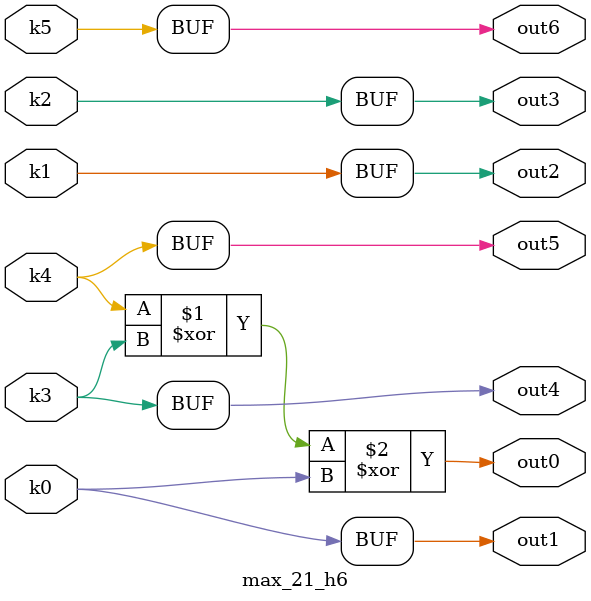
<source format=v>
module max_21(pi00, pi01, pi02, pi03, pi04, pi05, pi06, pi07, pi08, pi09, pi10, pi11, pi12, pi13, pi14, pi15, po0, po1, po2, po3, po4, po5, po6);
input pi00, pi01, pi02, pi03, pi04, pi05, pi06, pi07, pi08, pi09, pi10, pi11, pi12, pi13, pi14, pi15;
output po0, po1, po2, po3, po4, po5, po6;
wire k0, k1, k2, k3, k4, k5;
max_21_w6 DUT1 (pi00, pi01, pi02, pi03, pi04, pi05, pi06, pi07, pi08, pi09, pi10, pi11, pi12, pi13, pi14, pi15, k0, k1, k2, k3, k4, k5);
max_21_h6 DUT2 (k0, k1, k2, k3, k4, k5, po0, po1, po2, po3, po4, po5, po6);
endmodule

module max_21_w6(in15, in14, in13, in12, in11, in10, in9, in8, in7, in6, in5, in4, in3, in2, in1, in0, k5, k4, k3, k2, k1, k0);
input in15, in14, in13, in12, in11, in10, in9, in8, in7, in6, in5, in4, in3, in2, in1, in0;
output k5, k4, k3, k2, k1, k0;
assign k0 =   in0 ? in4 : (in6 ? ~in13 : ~in9);
assign k1 =   in0 ? in1 : (in6 ? ~in14 : ~in10);
assign k2 =   in0 ? in3 : (in6 ? ~in15 : ~in11);
assign k3 =   in5 & (in6 ? in12 : in8);
assign k4 =   (in5 | (in6 ? in12 : in8)) & ((in3 & ~in2) | ((in15 | ~in6 | (in13 & in4) | (in14 & in1)) & (in11 | in6 | (in9 & in4) | (in10 & in1)))) & ((in1 & (in3 | ~in2)) | ((in14 | ~in6 | (in13 & in4)) & (in10 | in6 | (in9 & in4)))) & ((in4 & (in1 | in3 | ~in2)) | (in6 ? in13 : in9)) & (in3 | ~in2 | in4 | in1);
assign k5 =   (((in15 & (~in11 | in7)) | (~in11 & in7)) & (in12 | ~in8) & (in13 | ~in9) & (in14 | ~in10)) | ((in12 | ~in8) & ((in14 & ~in10 & (in13 | ~in9)) | (in13 & ~in9))) | (in12 & ~in8);
endmodule

module max_21_h6(k5, k4, k3, k2, k1, k0, out6, out5, out4, out3, out2, out1, out0);
input k5, k4, k3, k2, k1, k0;
output out6, out5, out4, out3, out2, out1, out0;
assign out0 = k4 ^ k3 ^ k0;
assign out1 = k0;
assign out2 = k1;
assign out3 = k2;
assign out4 = k3;
assign out5 = k4;
assign out6 = k5;
endmodule

</source>
